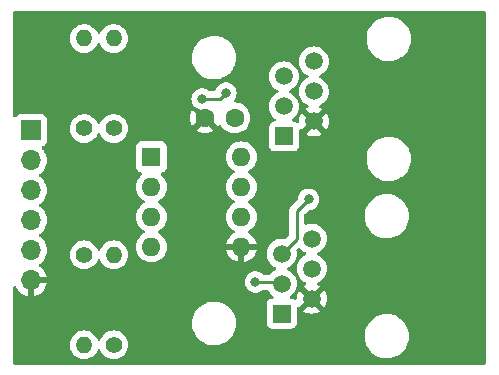
<source format=gbr>
%TF.GenerationSoftware,KiCad,Pcbnew,7.0.7*%
%TF.CreationDate,2024-02-24T14:04:37+01:00*%
%TF.ProjectId,Xnet,586e6574-2e6b-4696-9361-645f70636258,rev?*%
%TF.SameCoordinates,Original*%
%TF.FileFunction,Copper,L1,Top*%
%TF.FilePolarity,Positive*%
%FSLAX46Y46*%
G04 Gerber Fmt 4.6, Leading zero omitted, Abs format (unit mm)*
G04 Created by KiCad (PCBNEW 7.0.7) date 2024-02-24 14:04:37*
%MOMM*%
%LPD*%
G01*
G04 APERTURE LIST*
%TA.AperFunction,ComponentPad*%
%ADD10C,1.600000*%
%TD*%
%TA.AperFunction,ComponentPad*%
%ADD11C,1.400000*%
%TD*%
%TA.AperFunction,ComponentPad*%
%ADD12O,1.400000X1.400000*%
%TD*%
%TA.AperFunction,ComponentPad*%
%ADD13R,1.700000X1.700000*%
%TD*%
%TA.AperFunction,ComponentPad*%
%ADD14O,1.700000X1.700000*%
%TD*%
%TA.AperFunction,ComponentPad*%
%ADD15R,1.520000X1.520000*%
%TD*%
%TA.AperFunction,ComponentPad*%
%ADD16C,1.520000*%
%TD*%
%TA.AperFunction,ComponentPad*%
%ADD17R,1.600000X1.600000*%
%TD*%
%TA.AperFunction,ComponentPad*%
%ADD18O,1.600000X1.600000*%
%TD*%
%TA.AperFunction,ViaPad*%
%ADD19C,0.800000*%
%TD*%
%TA.AperFunction,Conductor*%
%ADD20C,0.250000*%
%TD*%
G04 APERTURE END LIST*
D10*
%TO.P,C401,1*%
%TO.N,+5V*%
X138750000Y-95600000D03*
%TO.P,C401,2*%
%TO.N,GND*%
X136250000Y-95600000D03*
%TD*%
D11*
%TO.P,R401,1*%
%TO.N,Tx*%
X128500000Y-96500000D03*
D12*
%TO.P,R401,2*%
%TO.N,+5V*%
X128500000Y-88880000D03*
%TD*%
D13*
%TO.P,J403,1,Pin_1*%
%TO.N,+5V*%
X121500000Y-96650000D03*
D14*
%TO.P,J403,2,Pin_2*%
%TO.N,+12V*%
X121500000Y-99190000D03*
%TO.P,J403,3,Pin_3*%
%TO.N,dir*%
X121500000Y-101730000D03*
%TO.P,J403,4,Pin_4*%
%TO.N,Tx*%
X121500000Y-104270000D03*
%TO.P,J403,5,Pin_5*%
%TO.N,Rx*%
X121500000Y-106810000D03*
%TO.P,J403,6,Pin_6*%
%TO.N,GND*%
X121500000Y-109350000D03*
%TD*%
D15*
%TO.P,J402,1*%
%TO.N,unconnected-(J402-Pad1)*%
X142730000Y-112170000D03*
D16*
%TO.P,J402,2*%
%TO.N,GND*%
X145270000Y-110900000D03*
%TO.P,J402,3*%
%TO.N,/Xnet/B*%
X142730000Y-109630000D03*
%TO.P,J402,4*%
%TO.N,/Xnet/A*%
X145270000Y-108360000D03*
%TO.P,J402,5*%
%TO.N,+12V*%
X142730000Y-107090000D03*
%TO.P,J402,6*%
%TO.N,unconnected-(J402-Pad6)*%
X145270000Y-105820000D03*
%TD*%
D11*
%TO.P,R402,1*%
%TO.N,dir*%
X126000000Y-96500000D03*
D12*
%TO.P,R402,2*%
%TO.N,+5V*%
X126000000Y-88880000D03*
%TD*%
D11*
%TO.P,R403,1*%
%TO.N,Rx*%
X126000000Y-107190000D03*
D12*
%TO.P,R403,2*%
%TO.N,+5V*%
X126000000Y-114810000D03*
%TD*%
D15*
%TO.P,J401,1*%
%TO.N,unconnected-(J401-Pad1)*%
X142910000Y-97170000D03*
D16*
%TO.P,J401,2*%
%TO.N,GND*%
X145450000Y-95900000D03*
%TO.P,J401,3*%
%TO.N,/Xnet/B*%
X142910000Y-94630000D03*
%TO.P,J401,4*%
%TO.N,/Xnet/A*%
X145450000Y-93360000D03*
%TO.P,J401,5*%
%TO.N,+12V*%
X142910000Y-92090000D03*
%TO.P,J401,6*%
%TO.N,unconnected-(J401-Pad6)*%
X145450000Y-90820000D03*
%TD*%
D11*
%TO.P,R404,1*%
%TO.N,/Xnet/A*%
X128500000Y-114810000D03*
D12*
%TO.P,R404,2*%
%TO.N,/Xnet/B*%
X128500000Y-107190000D03*
%TD*%
D17*
%TO.P,U401,1,RO*%
%TO.N,Rx*%
X131700000Y-98900000D03*
D18*
%TO.P,U401,2,~{RE}*%
%TO.N,dir*%
X131700000Y-101440000D03*
%TO.P,U401,3,DE*%
X131700000Y-103980000D03*
%TO.P,U401,4,DI*%
%TO.N,Tx*%
X131700000Y-106520000D03*
%TO.P,U401,5,GND*%
%TO.N,GND*%
X139320000Y-106520000D03*
%TO.P,U401,6,A*%
%TO.N,/Xnet/A*%
X139320000Y-103980000D03*
%TO.P,U401,7,B*%
%TO.N,/Xnet/B*%
X139320000Y-101440000D03*
%TO.P,U401,8,VCC*%
%TO.N,+5V*%
X139320000Y-98900000D03*
%TD*%
D19*
%TO.N,/Xnet/B*%
X140500000Y-109500000D03*
%TO.N,+12V*%
X136000000Y-94000000D03*
X138000000Y-93500000D03*
X145000000Y-102500000D03*
%TD*%
D20*
%TO.N,/Xnet/B*%
X142600000Y-109500000D02*
X142730000Y-109630000D01*
X140500000Y-109500000D02*
X142600000Y-109500000D01*
%TO.N,+12V*%
X143995000Y-103505000D02*
X145000000Y-102500000D01*
X136000000Y-94000000D02*
X137500000Y-94000000D01*
X143995000Y-105825000D02*
X143995000Y-103505000D01*
X137500000Y-94000000D02*
X138000000Y-93500000D01*
X142730000Y-107090000D02*
X143995000Y-105825000D01*
%TD*%
%TA.AperFunction,Conductor*%
%TO.N,GND*%
G36*
X144232079Y-106587989D02*
G01*
X144288915Y-106630536D01*
X144291228Y-106633730D01*
X144294561Y-106638490D01*
X144451510Y-106795439D01*
X144451513Y-106795441D01*
X144451518Y-106795445D01*
X144472305Y-106810000D01*
X144633327Y-106922749D01*
X144715355Y-106960999D01*
X144747105Y-106975805D01*
X144800390Y-107022723D01*
X144819851Y-107091000D01*
X144799309Y-107158960D01*
X144747106Y-107204194D01*
X144633329Y-107257249D01*
X144451513Y-107384558D01*
X144451507Y-107384563D01*
X144294563Y-107541507D01*
X144294558Y-107541513D01*
X144167251Y-107723327D01*
X144073448Y-107924487D01*
X144073446Y-107924492D01*
X144016000Y-108138882D01*
X143996655Y-108360000D01*
X144016000Y-108581117D01*
X144073446Y-108795507D01*
X144073448Y-108795512D01*
X144167250Y-108996671D01*
X144167251Y-108996673D01*
X144294554Y-109178481D01*
X144294558Y-109178486D01*
X144294561Y-109178490D01*
X144451510Y-109335439D01*
X144451514Y-109335442D01*
X144451518Y-109335445D01*
X144555252Y-109408080D01*
X144633327Y-109462749D01*
X144747696Y-109516080D01*
X144800981Y-109562997D01*
X144820442Y-109631274D01*
X144799900Y-109699234D01*
X144747697Y-109744469D01*
X144633579Y-109797683D01*
X144633579Y-109797684D01*
X144570829Y-109841620D01*
X145103234Y-110374025D01*
X145137260Y-110436337D01*
X145132195Y-110507152D01*
X145089648Y-110563988D01*
X145074109Y-110573934D01*
X145033372Y-110595979D01*
X144947479Y-110689284D01*
X144947476Y-110689288D01*
X144946123Y-110692374D01*
X144943150Y-110695910D01*
X144941769Y-110698025D01*
X144941513Y-110697857D01*
X144900441Y-110746721D01*
X144832628Y-110767743D01*
X144764214Y-110748765D01*
X144741641Y-110730852D01*
X144211619Y-110200829D01*
X144167685Y-110263577D01*
X144073919Y-110464659D01*
X144073917Y-110464664D01*
X144016493Y-110678973D01*
X143997156Y-110900004D01*
X143997156Y-110902741D01*
X143996815Y-110903902D01*
X143996677Y-110905480D01*
X143996359Y-110905452D01*
X143977154Y-110970862D01*
X143923498Y-111017355D01*
X143853224Y-111027459D01*
X143795647Y-111003609D01*
X143736207Y-110959112D01*
X143736202Y-110959110D01*
X143599204Y-110908011D01*
X143599196Y-110908009D01*
X143538649Y-110901500D01*
X143538638Y-110901500D01*
X143525292Y-110901500D01*
X143457171Y-110881498D01*
X143410678Y-110827842D01*
X143400574Y-110757568D01*
X143430068Y-110692988D01*
X143453022Y-110672287D01*
X143548481Y-110605445D01*
X143548490Y-110605439D01*
X143705439Y-110448490D01*
X143832749Y-110266673D01*
X143926553Y-110065510D01*
X143984000Y-109851114D01*
X144003345Y-109630000D01*
X143984000Y-109408886D01*
X143926553Y-109194490D01*
X143832749Y-108993328D01*
X143705439Y-108811510D01*
X143548490Y-108654561D01*
X143548486Y-108654558D01*
X143548481Y-108654554D01*
X143366673Y-108527251D01*
X143366671Y-108527250D01*
X143252894Y-108474195D01*
X143199609Y-108427278D01*
X143180148Y-108359000D01*
X143200690Y-108291041D01*
X143252894Y-108245805D01*
X143264084Y-108240587D01*
X143366673Y-108192749D01*
X143548490Y-108065439D01*
X143705439Y-107908490D01*
X143832749Y-107726673D01*
X143926553Y-107525510D01*
X143984000Y-107311114D01*
X144003345Y-107090000D01*
X143984000Y-106868886D01*
X143973879Y-106831114D01*
X143975569Y-106760141D01*
X144006489Y-106709413D01*
X144098954Y-106616948D01*
X144161264Y-106582924D01*
X144232079Y-106587989D01*
G37*
%TD.AperFunction*%
%TA.AperFunction,Conductor*%
G36*
X159931621Y-86530502D02*
G01*
X159978114Y-86584158D01*
X159989500Y-86636500D01*
X159989500Y-116363500D01*
X159969498Y-116431621D01*
X159915842Y-116478114D01*
X159863500Y-116489500D01*
X120136500Y-116489500D01*
X120068379Y-116469498D01*
X120021886Y-116415842D01*
X120010500Y-116363500D01*
X120010500Y-114810000D01*
X124786884Y-114810000D01*
X124805314Y-115020655D01*
X124834643Y-115130113D01*
X124860043Y-115224908D01*
X124860045Y-115224912D01*
X124949412Y-115416561D01*
X125070692Y-115589767D01*
X125070696Y-115589772D01*
X125070699Y-115589776D01*
X125220224Y-115739301D01*
X125220228Y-115739304D01*
X125220232Y-115739307D01*
X125393438Y-115860587D01*
X125393441Y-115860588D01*
X125393442Y-115860589D01*
X125585090Y-115949956D01*
X125789345Y-116004686D01*
X126000000Y-116023116D01*
X126210655Y-116004686D01*
X126414910Y-115949956D01*
X126606558Y-115860589D01*
X126641057Y-115836433D01*
X126779767Y-115739307D01*
X126779776Y-115739301D01*
X126929301Y-115589776D01*
X127050589Y-115416558D01*
X127135805Y-115233810D01*
X127182722Y-115180526D01*
X127250999Y-115161065D01*
X127318959Y-115181607D01*
X127364195Y-115233811D01*
X127449412Y-115416561D01*
X127570692Y-115589767D01*
X127570696Y-115589772D01*
X127570699Y-115589776D01*
X127720224Y-115739301D01*
X127720228Y-115739304D01*
X127720232Y-115739307D01*
X127893438Y-115860587D01*
X127893441Y-115860588D01*
X127893442Y-115860589D01*
X128085090Y-115949956D01*
X128289345Y-116004686D01*
X128500000Y-116023116D01*
X128710655Y-116004686D01*
X128914910Y-115949956D01*
X129106558Y-115860589D01*
X129141057Y-115836433D01*
X129279767Y-115739307D01*
X129279776Y-115739301D01*
X129429301Y-115589776D01*
X129550589Y-115416558D01*
X129639956Y-115224910D01*
X129694686Y-115020655D01*
X129713116Y-114810000D01*
X129694686Y-114599345D01*
X129639956Y-114395090D01*
X129550589Y-114203442D01*
X129550588Y-114203441D01*
X129550587Y-114203438D01*
X129429307Y-114030232D01*
X129429304Y-114030228D01*
X129429301Y-114030224D01*
X129279776Y-113880699D01*
X129279772Y-113880696D01*
X129279767Y-113880692D01*
X129106561Y-113759412D01*
X128914912Y-113670045D01*
X128914908Y-113670043D01*
X128820112Y-113644643D01*
X128710655Y-113615314D01*
X128500000Y-113596884D01*
X128289345Y-113615314D01*
X128234615Y-113629978D01*
X128085091Y-113670043D01*
X128085087Y-113670045D01*
X127893438Y-113759412D01*
X127720232Y-113880692D01*
X127720221Y-113880701D01*
X127570701Y-114030221D01*
X127570692Y-114030232D01*
X127449412Y-114203438D01*
X127364195Y-114386188D01*
X127317278Y-114439473D01*
X127249000Y-114458934D01*
X127181040Y-114438392D01*
X127135805Y-114386188D01*
X127050587Y-114203438D01*
X126929307Y-114030232D01*
X126929304Y-114030228D01*
X126929301Y-114030224D01*
X126779776Y-113880699D01*
X126779772Y-113880696D01*
X126779767Y-113880692D01*
X126606561Y-113759412D01*
X126414912Y-113670045D01*
X126414908Y-113670043D01*
X126320112Y-113644643D01*
X126210655Y-113615314D01*
X126000000Y-113596884D01*
X125789345Y-113615314D01*
X125734615Y-113629978D01*
X125585091Y-113670043D01*
X125585087Y-113670045D01*
X125393438Y-113759412D01*
X125220232Y-113880692D01*
X125220221Y-113880701D01*
X125070701Y-114030221D01*
X125070692Y-114030232D01*
X124949412Y-114203438D01*
X124860045Y-114395087D01*
X124860043Y-114395091D01*
X124819978Y-114544615D01*
X124805314Y-114599345D01*
X124786884Y-114810000D01*
X120010500Y-114810000D01*
X120010500Y-113067765D01*
X135145788Y-113067765D01*
X135175412Y-113337014D01*
X135243928Y-113599090D01*
X135349869Y-113848389D01*
X135369588Y-113880699D01*
X135490982Y-114079610D01*
X135664255Y-114287820D01*
X135664257Y-114287822D01*
X135664259Y-114287824D01*
X135783972Y-114395087D01*
X135865998Y-114468582D01*
X136091910Y-114618044D01*
X136337176Y-114733020D01*
X136596569Y-114811060D01*
X136596572Y-114811060D01*
X136596574Y-114811061D01*
X136864557Y-114850500D01*
X136864561Y-114850500D01*
X137067633Y-114850500D01*
X137102363Y-114847957D01*
X137270156Y-114835677D01*
X137270160Y-114835676D01*
X137270161Y-114835676D01*
X137385428Y-114809999D01*
X137534553Y-114776780D01*
X137787558Y-114680014D01*
X138023777Y-114547441D01*
X138238177Y-114381888D01*
X138426186Y-114186881D01*
X138453517Y-114148680D01*
X149740738Y-114148680D01*
X149770762Y-114421566D01*
X149840204Y-114687184D01*
X149894724Y-114815479D01*
X149947577Y-114939852D01*
X150090595Y-115174196D01*
X150266209Y-115385218D01*
X150266211Y-115385220D01*
X150266213Y-115385222D01*
X150470666Y-115568414D01*
X150470672Y-115568419D01*
X150470677Y-115568423D01*
X150699641Y-115719904D01*
X150948221Y-115836433D01*
X151211119Y-115915527D01*
X151211122Y-115915527D01*
X151211124Y-115915528D01*
X151482727Y-115955500D01*
X151482731Y-115955500D01*
X151688549Y-115955500D01*
X151720967Y-115953127D01*
X151893805Y-115940477D01*
X152161775Y-115880784D01*
X152418198Y-115782711D01*
X152657609Y-115648347D01*
X152874904Y-115480557D01*
X153065454Y-115282916D01*
X153225196Y-115059637D01*
X153350727Y-114815479D01*
X153350727Y-114815478D01*
X153350729Y-114815475D01*
X153418083Y-114618043D01*
X153439370Y-114555646D01*
X153471465Y-114381888D01*
X153489235Y-114285682D01*
X153489236Y-114285671D01*
X153496766Y-114079610D01*
X153499262Y-114011320D01*
X153471545Y-113759411D01*
X153469237Y-113738433D01*
X153451358Y-113670044D01*
X153399796Y-113472818D01*
X153398305Y-113469310D01*
X153360730Y-113380889D01*
X153292423Y-113220148D01*
X153149405Y-112985804D01*
X152973791Y-112774782D01*
X152973787Y-112774779D01*
X152973786Y-112774777D01*
X152769333Y-112591585D01*
X152769320Y-112591575D01*
X152540359Y-112440096D01*
X152540359Y-112440095D01*
X152291779Y-112323567D01*
X152128102Y-112274324D01*
X152028875Y-112244471D01*
X151757272Y-112204500D01*
X151757269Y-112204500D01*
X151551453Y-112204500D01*
X151551451Y-112204500D01*
X151346191Y-112219523D01*
X151078231Y-112279214D01*
X151078219Y-112279218D01*
X150821801Y-112377289D01*
X150582397Y-112511649D01*
X150582393Y-112511651D01*
X150365094Y-112679444D01*
X150365093Y-112679445D01*
X150174548Y-112877081D01*
X150014807Y-113100358D01*
X150014803Y-113100364D01*
X149889270Y-113344524D01*
X149800631Y-113604348D01*
X149800628Y-113604361D01*
X149750764Y-113874317D01*
X149750763Y-113874328D01*
X149740738Y-114148680D01*
X138453517Y-114148680D01*
X138583799Y-113966579D01*
X138627957Y-113880692D01*
X138707656Y-113725675D01*
X138707657Y-113725672D01*
X138751594Y-113596884D01*
X138795118Y-113469305D01*
X138827635Y-113293261D01*
X138844318Y-113202941D01*
X138844319Y-113202930D01*
X138845296Y-113176202D01*
X138854212Y-112932235D01*
X138839338Y-112797058D01*
X138824587Y-112662985D01*
X138756071Y-112400909D01*
X138650130Y-112151610D01*
X138650130Y-112151609D01*
X138509018Y-111920390D01*
X138335745Y-111712180D01*
X138335741Y-111712177D01*
X138335740Y-111712175D01*
X138134012Y-111531427D01*
X138134002Y-111531418D01*
X137908090Y-111381956D01*
X137662824Y-111266980D01*
X137453555Y-111204020D01*
X137403425Y-111188938D01*
X137135442Y-111149500D01*
X137135439Y-111149500D01*
X136932369Y-111149500D01*
X136932367Y-111149500D01*
X136729839Y-111164323D01*
X136729838Y-111164323D01*
X136465456Y-111223217D01*
X136465441Y-111223222D01*
X136212441Y-111319986D01*
X135976229Y-111452555D01*
X135976225Y-111452557D01*
X135867616Y-111536422D01*
X135786357Y-111599168D01*
X135761818Y-111618116D01*
X135573815Y-111813117D01*
X135573810Y-111813123D01*
X135416203Y-112033417D01*
X135416196Y-112033427D01*
X135292343Y-112274324D01*
X135292342Y-112274327D01*
X135204883Y-112530689D01*
X135204880Y-112530702D01*
X135155681Y-112797058D01*
X135155680Y-112797069D01*
X135145788Y-113067765D01*
X120010500Y-113067765D01*
X120010500Y-109935874D01*
X120030502Y-109867753D01*
X120084158Y-109821260D01*
X120154432Y-109811156D01*
X120219012Y-109840650D01*
X120251887Y-109885260D01*
X120301580Y-109998548D01*
X120424674Y-110186958D01*
X120577097Y-110352534D01*
X120754698Y-110490767D01*
X120754699Y-110490768D01*
X120952628Y-110597882D01*
X120952630Y-110597883D01*
X121165483Y-110670955D01*
X121165492Y-110670957D01*
X121246000Y-110684391D01*
X121246000Y-109964033D01*
X121266002Y-109895912D01*
X121319658Y-109849419D01*
X121389926Y-109839315D01*
X121464237Y-109850000D01*
X121535763Y-109850000D01*
X121610069Y-109839316D01*
X121680341Y-109849419D01*
X121733997Y-109895911D01*
X121754000Y-109964031D01*
X121754000Y-110684390D01*
X121834507Y-110670957D01*
X121834516Y-110670955D01*
X122047369Y-110597883D01*
X122047371Y-110597882D01*
X122245300Y-110490768D01*
X122245301Y-110490767D01*
X122422902Y-110352534D01*
X122575325Y-110186958D01*
X122698419Y-109998548D01*
X122788820Y-109792456D01*
X122788823Y-109792449D01*
X122836544Y-109604000D01*
X122114844Y-109604000D01*
X122046723Y-109583998D01*
X122000230Y-109530342D01*
X121995867Y-109499999D01*
X139586496Y-109499999D01*
X139606457Y-109689927D01*
X139634084Y-109774952D01*
X139665473Y-109871556D01*
X139665476Y-109871561D01*
X139760958Y-110036941D01*
X139760965Y-110036951D01*
X139888744Y-110178864D01*
X139918976Y-110200829D01*
X140043248Y-110291118D01*
X140217712Y-110368794D01*
X140404513Y-110408500D01*
X140595487Y-110408500D01*
X140782288Y-110368794D01*
X140956752Y-110291118D01*
X141111253Y-110178866D01*
X141114562Y-110175190D01*
X141175009Y-110137950D01*
X141208200Y-110133500D01*
X141484880Y-110133500D01*
X141553001Y-110153502D01*
X141599075Y-110206250D01*
X141625807Y-110263577D01*
X141627250Y-110266670D01*
X141627251Y-110266673D01*
X141754554Y-110448481D01*
X141754558Y-110448486D01*
X141754561Y-110448490D01*
X141911510Y-110605439D01*
X141911514Y-110605442D01*
X141911518Y-110605445D01*
X142006978Y-110672287D01*
X142051307Y-110727744D01*
X142058616Y-110798363D01*
X142026586Y-110861724D01*
X141965384Y-110897709D01*
X141934708Y-110901500D01*
X141921350Y-110901500D01*
X141860803Y-110908009D01*
X141860795Y-110908011D01*
X141723797Y-110959110D01*
X141723792Y-110959112D01*
X141606738Y-111046738D01*
X141519112Y-111163792D01*
X141519110Y-111163797D01*
X141468011Y-111300795D01*
X141468009Y-111300803D01*
X141461500Y-111361350D01*
X141461500Y-112978649D01*
X141468009Y-113039196D01*
X141468011Y-113039204D01*
X141519110Y-113176202D01*
X141519112Y-113176207D01*
X141606738Y-113293261D01*
X141723792Y-113380887D01*
X141723794Y-113380888D01*
X141723796Y-113380889D01*
X141782875Y-113402924D01*
X141860795Y-113431988D01*
X141860803Y-113431990D01*
X141921350Y-113438499D01*
X141921355Y-113438499D01*
X141921362Y-113438500D01*
X141921368Y-113438500D01*
X143538632Y-113438500D01*
X143538638Y-113438500D01*
X143538645Y-113438499D01*
X143538649Y-113438499D01*
X143599196Y-113431990D01*
X143599199Y-113431989D01*
X143599201Y-113431989D01*
X143736204Y-113380889D01*
X143853261Y-113293261D01*
X143940889Y-113176204D01*
X143991989Y-113039201D01*
X143997730Y-112985806D01*
X143998499Y-112978649D01*
X143998500Y-112978632D01*
X143998500Y-111694423D01*
X144018502Y-111626302D01*
X144072158Y-111579809D01*
X144142432Y-111569705D01*
X144205839Y-111598663D01*
X144211619Y-111599169D01*
X144743794Y-111066993D01*
X144806107Y-111032968D01*
X144876922Y-111038032D01*
X144933758Y-111080579D01*
X144938373Y-111087172D01*
X144986558Y-111160924D01*
X144986559Y-111160925D01*
X145086639Y-111238821D01*
X145086640Y-111238821D01*
X145088617Y-111240360D01*
X145130088Y-111297986D01*
X145133821Y-111368884D01*
X145100321Y-111428887D01*
X144570829Y-111958378D01*
X144633577Y-112002314D01*
X144834658Y-112096080D01*
X144834664Y-112096082D01*
X145048973Y-112153506D01*
X145270000Y-112172843D01*
X145491026Y-112153506D01*
X145705335Y-112096082D01*
X145705341Y-112096080D01*
X145906422Y-112002314D01*
X145969168Y-111958379D01*
X145969168Y-111958377D01*
X145436765Y-111425974D01*
X145402739Y-111363662D01*
X145407804Y-111292847D01*
X145450351Y-111236011D01*
X145465887Y-111226067D01*
X145506628Y-111204020D01*
X145592522Y-111110714D01*
X145593873Y-111107633D01*
X145596842Y-111104099D01*
X145598231Y-111101975D01*
X145598487Y-111102142D01*
X145639548Y-111053285D01*
X145707359Y-111032256D01*
X145775774Y-111051227D01*
X145798358Y-111069147D01*
X146328378Y-111599168D01*
X146328379Y-111599168D01*
X146372314Y-111536422D01*
X146466080Y-111335341D01*
X146466082Y-111335335D01*
X146523506Y-111121026D01*
X146542843Y-110900000D01*
X146523506Y-110678973D01*
X146466082Y-110464664D01*
X146466080Y-110464658D01*
X146372314Y-110263577D01*
X146328378Y-110200829D01*
X145796203Y-110733005D01*
X145733891Y-110767031D01*
X145663076Y-110761966D01*
X145606240Y-110719419D01*
X145601625Y-110712825D01*
X145553443Y-110639077D01*
X145553439Y-110639072D01*
X145451382Y-110559638D01*
X145409911Y-110502013D01*
X145406178Y-110431115D01*
X145439678Y-110371112D01*
X145969169Y-109841620D01*
X145906422Y-109797685D01*
X145906420Y-109797684D01*
X145792302Y-109744469D01*
X145739018Y-109697552D01*
X145719557Y-109629275D01*
X145740099Y-109561315D01*
X145792304Y-109516080D01*
X145906667Y-109462752D01*
X145906668Y-109462751D01*
X145906673Y-109462749D01*
X146088490Y-109335439D01*
X146245439Y-109178490D01*
X146372749Y-108996673D01*
X146466553Y-108795510D01*
X146524000Y-108581114D01*
X146543345Y-108360000D01*
X146524000Y-108138886D01*
X146466553Y-107924490D01*
X146372749Y-107723328D01*
X146245439Y-107541510D01*
X146088490Y-107384561D01*
X146088486Y-107384558D01*
X146088481Y-107384554D01*
X145906673Y-107257251D01*
X145906671Y-107257250D01*
X145792894Y-107204195D01*
X145739609Y-107157278D01*
X145720148Y-107089000D01*
X145740690Y-107021041D01*
X145792894Y-106975805D01*
X145806966Y-106969243D01*
X145906673Y-106922749D01*
X146088490Y-106795439D01*
X146245439Y-106638490D01*
X146372749Y-106456673D01*
X146466553Y-106255510D01*
X146524000Y-106041114D01*
X146543345Y-105820000D01*
X146524000Y-105598886D01*
X146466553Y-105384490D01*
X146372749Y-105183328D01*
X146245439Y-105001510D01*
X146088490Y-104844561D01*
X146088486Y-104844558D01*
X146088481Y-104844554D01*
X145906673Y-104717251D01*
X145906671Y-104717250D01*
X145705512Y-104623448D01*
X145705507Y-104623446D01*
X145491117Y-104566000D01*
X145270000Y-104546655D01*
X145048882Y-104566000D01*
X144834492Y-104623446D01*
X144834486Y-104623448D01*
X144807750Y-104635916D01*
X144737558Y-104646577D01*
X144672745Y-104617597D01*
X144633889Y-104558177D01*
X144628500Y-104521721D01*
X144628500Y-103988680D01*
X149740738Y-103988680D01*
X149770762Y-104261566D01*
X149840204Y-104527184D01*
X149894724Y-104655479D01*
X149947577Y-104779852D01*
X150090595Y-105014196D01*
X150266209Y-105225218D01*
X150266211Y-105225220D01*
X150266213Y-105225222D01*
X150470666Y-105408414D01*
X150470672Y-105408419D01*
X150470677Y-105408423D01*
X150699641Y-105559904D01*
X150948221Y-105676433D01*
X151211119Y-105755527D01*
X151211122Y-105755527D01*
X151211124Y-105755528D01*
X151482727Y-105795500D01*
X151482731Y-105795500D01*
X151688549Y-105795500D01*
X151720967Y-105793127D01*
X151893805Y-105780477D01*
X152161775Y-105720784D01*
X152418198Y-105622711D01*
X152657609Y-105488347D01*
X152874904Y-105320557D01*
X153065454Y-105122916D01*
X153225196Y-104899637D01*
X153350727Y-104655479D01*
X153350727Y-104655478D01*
X153350729Y-104655475D01*
X153439368Y-104395651D01*
X153439370Y-104395646D01*
X153489236Y-104125674D01*
X153499262Y-103851320D01*
X153473943Y-103621206D01*
X153469237Y-103578433D01*
X153437004Y-103455142D01*
X153399796Y-103312818D01*
X153292423Y-103060148D01*
X153149405Y-102825804D01*
X152973791Y-102614782D01*
X152973787Y-102614779D01*
X152973786Y-102614777D01*
X152769333Y-102431585D01*
X152769320Y-102431575D01*
X152540359Y-102280096D01*
X152511369Y-102266506D01*
X152291779Y-102163567D01*
X152069685Y-102096749D01*
X152028875Y-102084471D01*
X151757272Y-102044500D01*
X151757269Y-102044500D01*
X151551453Y-102044500D01*
X151551451Y-102044500D01*
X151346191Y-102059523D01*
X151078231Y-102119214D01*
X151078219Y-102119218D01*
X150821801Y-102217289D01*
X150582397Y-102351649D01*
X150582393Y-102351651D01*
X150365094Y-102519444D01*
X150365093Y-102519445D01*
X150174548Y-102717081D01*
X150014807Y-102940358D01*
X150014803Y-102940364D01*
X149889270Y-103184524D01*
X149800631Y-103444348D01*
X149800628Y-103444361D01*
X149750764Y-103714317D01*
X149750763Y-103714328D01*
X149740738Y-103988680D01*
X144628500Y-103988680D01*
X144628500Y-103819594D01*
X144648502Y-103751473D01*
X144665405Y-103730498D01*
X144950500Y-103445404D01*
X145012812Y-103411379D01*
X145039595Y-103408500D01*
X145095487Y-103408500D01*
X145282288Y-103368794D01*
X145456752Y-103291118D01*
X145611253Y-103178866D01*
X145611255Y-103178864D01*
X145739034Y-103036951D01*
X145739035Y-103036949D01*
X145739040Y-103036944D01*
X145834527Y-102871556D01*
X145893542Y-102689928D01*
X145913504Y-102500000D01*
X145893542Y-102310072D01*
X145834527Y-102128444D01*
X145739040Y-101963056D01*
X145739038Y-101963054D01*
X145739034Y-101963048D01*
X145611255Y-101821135D01*
X145456752Y-101708882D01*
X145282288Y-101631206D01*
X145095487Y-101591500D01*
X144904513Y-101591500D01*
X144717711Y-101631206D01*
X144543247Y-101708882D01*
X144388744Y-101821135D01*
X144260965Y-101963048D01*
X144260958Y-101963058D01*
X144165476Y-102128438D01*
X144165473Y-102128445D01*
X144106457Y-102310072D01*
X144089093Y-102475290D01*
X144062080Y-102540947D01*
X144052878Y-102551215D01*
X143606337Y-102997756D01*
X143593903Y-103007719D01*
X143594091Y-103007946D01*
X143587982Y-103012999D01*
X143540015Y-103064079D01*
X143518866Y-103085227D01*
X143514560Y-103090777D01*
X143510714Y-103095279D01*
X143478417Y-103129674D01*
X143478411Y-103129683D01*
X143468651Y-103147435D01*
X143457803Y-103163950D01*
X143445386Y-103179958D01*
X143426645Y-103223264D01*
X143424034Y-103228594D01*
X143401305Y-103269939D01*
X143401303Y-103269944D01*
X143396267Y-103289559D01*
X143389864Y-103308262D01*
X143381819Y-103326852D01*
X143374437Y-103373456D01*
X143373233Y-103379268D01*
X143361500Y-103424968D01*
X143361500Y-103445223D01*
X143359949Y-103464933D01*
X143356780Y-103484942D01*
X143356780Y-103484943D01*
X143361220Y-103531917D01*
X143361500Y-103537850D01*
X143361500Y-105510404D01*
X143341498Y-105578525D01*
X143324599Y-105599494D01*
X143203313Y-105720781D01*
X143110586Y-105813508D01*
X143048274Y-105847533D01*
X142988880Y-105846119D01*
X142951117Y-105836000D01*
X142768233Y-105820000D01*
X142730000Y-105816655D01*
X142729999Y-105816655D01*
X142508882Y-105836000D01*
X142294492Y-105893446D01*
X142294487Y-105893448D01*
X142093327Y-105987251D01*
X141911513Y-106114558D01*
X141911507Y-106114563D01*
X141754563Y-106271507D01*
X141754558Y-106271513D01*
X141627251Y-106453327D01*
X141533448Y-106654487D01*
X141533446Y-106654492D01*
X141476000Y-106868882D01*
X141456655Y-107090000D01*
X141476000Y-107311117D01*
X141515570Y-107458793D01*
X141533447Y-107525510D01*
X141580349Y-107626091D01*
X141627250Y-107726671D01*
X141627251Y-107726673D01*
X141754554Y-107908481D01*
X141754558Y-107908486D01*
X141754561Y-107908490D01*
X141911510Y-108065439D01*
X141911514Y-108065442D01*
X141911518Y-108065445D01*
X141944871Y-108088799D01*
X142093327Y-108192749D01*
X142175355Y-108230999D01*
X142207105Y-108245805D01*
X142260390Y-108292723D01*
X142279851Y-108361000D01*
X142259309Y-108428960D01*
X142207106Y-108474194D01*
X142093329Y-108527249D01*
X141911513Y-108654558D01*
X141754559Y-108811511D01*
X141754559Y-108811512D01*
X141753679Y-108812769D01*
X141753148Y-108813192D01*
X141751024Y-108815725D01*
X141750515Y-108815298D01*
X141698222Y-108857099D01*
X141650465Y-108866500D01*
X141208200Y-108866500D01*
X141140079Y-108846498D01*
X141114563Y-108824810D01*
X141111252Y-108821133D01*
X140956752Y-108708882D01*
X140782288Y-108631206D01*
X140595487Y-108591500D01*
X140404513Y-108591500D01*
X140217711Y-108631206D01*
X140043247Y-108708882D01*
X139888744Y-108821135D01*
X139760965Y-108963048D01*
X139760958Y-108963058D01*
X139665476Y-109128438D01*
X139665473Y-109128445D01*
X139606457Y-109310072D01*
X139586496Y-109499999D01*
X121995867Y-109499999D01*
X121990126Y-109460068D01*
X121993947Y-109442504D01*
X122000000Y-109421888D01*
X122000000Y-109278111D01*
X121993947Y-109257496D01*
X121993948Y-109186500D01*
X122032333Y-109126774D01*
X122096914Y-109097282D01*
X122114844Y-109096000D01*
X122836544Y-109096000D01*
X122836544Y-109095999D01*
X122788823Y-108907550D01*
X122788820Y-108907543D01*
X122698419Y-108701451D01*
X122575325Y-108513041D01*
X122422902Y-108347465D01*
X122245301Y-108209232D01*
X122245300Y-108209231D01*
X122211791Y-108191097D01*
X122161401Y-108141083D01*
X122146050Y-108071766D01*
X122170612Y-108005153D01*
X122211790Y-107969472D01*
X122245576Y-107951189D01*
X122423240Y-107812906D01*
X122575722Y-107647268D01*
X122698860Y-107458791D01*
X122789296Y-107252616D01*
X122805153Y-107190000D01*
X124786884Y-107190000D01*
X124805314Y-107400655D01*
X124820892Y-107458791D01*
X124860043Y-107604908D01*
X124860045Y-107604912D01*
X124949412Y-107796561D01*
X125070692Y-107969767D01*
X125070696Y-107969772D01*
X125070699Y-107969776D01*
X125220224Y-108119301D01*
X125220228Y-108119304D01*
X125220232Y-108119307D01*
X125393438Y-108240587D01*
X125393441Y-108240588D01*
X125393442Y-108240589D01*
X125585090Y-108329956D01*
X125789345Y-108384686D01*
X126000000Y-108403116D01*
X126210655Y-108384686D01*
X126414910Y-108329956D01*
X126606558Y-108240589D01*
X126779776Y-108119301D01*
X126929301Y-107969776D01*
X127050589Y-107796558D01*
X127135805Y-107613810D01*
X127182722Y-107560526D01*
X127250999Y-107541065D01*
X127318959Y-107561607D01*
X127364194Y-107613810D01*
X127384578Y-107657523D01*
X127449412Y-107796561D01*
X127570692Y-107969767D01*
X127570696Y-107969772D01*
X127570699Y-107969776D01*
X127720224Y-108119301D01*
X127720228Y-108119304D01*
X127720232Y-108119307D01*
X127893438Y-108240587D01*
X127893441Y-108240588D01*
X127893442Y-108240589D01*
X128085090Y-108329956D01*
X128289345Y-108384686D01*
X128500000Y-108403116D01*
X128710655Y-108384686D01*
X128914910Y-108329956D01*
X129106558Y-108240589D01*
X129279776Y-108119301D01*
X129429301Y-107969776D01*
X129550589Y-107796558D01*
X129639956Y-107604910D01*
X129694686Y-107400655D01*
X129713116Y-107190000D01*
X129694686Y-106979345D01*
X129639956Y-106775090D01*
X129550589Y-106583442D01*
X129550588Y-106583441D01*
X129550587Y-106583438D01*
X129506167Y-106520000D01*
X130386502Y-106520000D01*
X130406457Y-106748087D01*
X130440670Y-106875771D01*
X130465715Y-106969240D01*
X130465717Y-106969246D01*
X130562477Y-107176749D01*
X130618844Y-107257250D01*
X130693802Y-107364300D01*
X130855700Y-107526198D01*
X131043251Y-107657523D01*
X131250757Y-107754284D01*
X131471913Y-107813543D01*
X131700000Y-107833498D01*
X131928087Y-107813543D01*
X132149243Y-107754284D01*
X132356749Y-107657523D01*
X132544300Y-107526198D01*
X132706198Y-107364300D01*
X132837523Y-107176749D01*
X132934284Y-106969243D01*
X132993543Y-106748087D01*
X133013498Y-106520000D01*
X132993543Y-106291913D01*
X132934284Y-106070757D01*
X132837523Y-105863251D01*
X132706198Y-105675700D01*
X132544300Y-105513802D01*
X132356749Y-105382477D01*
X132318130Y-105364469D01*
X132317543Y-105364195D01*
X132264258Y-105317279D01*
X132244796Y-105249002D01*
X132265337Y-105181042D01*
X132317543Y-105135805D01*
X132319997Y-105134660D01*
X132356749Y-105117523D01*
X132544300Y-104986198D01*
X132706198Y-104824300D01*
X132837523Y-104636749D01*
X132934284Y-104429243D01*
X132993543Y-104208087D01*
X133013498Y-103980000D01*
X138006502Y-103980000D01*
X138026457Y-104208086D01*
X138085715Y-104429240D01*
X138085717Y-104429246D01*
X138182477Y-104636749D01*
X138238844Y-104717250D01*
X138313802Y-104824300D01*
X138475700Y-104986198D01*
X138663251Y-105117523D01*
X138674821Y-105122918D01*
X138703047Y-105136080D01*
X138756332Y-105182996D01*
X138775794Y-105251273D01*
X138755253Y-105319233D01*
X138703051Y-105364468D01*
X138663504Y-105382910D01*
X138476025Y-105514184D01*
X138476019Y-105514189D01*
X138314189Y-105676019D01*
X138314184Y-105676025D01*
X138182912Y-105863501D01*
X138086188Y-106070926D01*
X138086186Y-106070931D01*
X138033917Y-106266000D01*
X138807716Y-106266000D01*
X138875837Y-106286002D01*
X138922330Y-106339658D01*
X138932434Y-106409932D01*
X138932165Y-106411710D01*
X138915014Y-106520000D01*
X138932165Y-106628290D01*
X138923065Y-106698701D01*
X138877343Y-106753015D01*
X138809515Y-106773987D01*
X138807716Y-106774000D01*
X138033918Y-106774000D01*
X138086186Y-106969068D01*
X138086188Y-106969073D01*
X138182912Y-107176498D01*
X138314184Y-107363974D01*
X138314189Y-107363980D01*
X138476019Y-107525810D01*
X138476025Y-107525815D01*
X138663501Y-107657087D01*
X138870926Y-107753811D01*
X138870931Y-107753813D01*
X139066000Y-107806081D01*
X139066000Y-107032284D01*
X139086002Y-106964163D01*
X139139658Y-106917670D01*
X139209932Y-106907566D01*
X139211713Y-106907835D01*
X139288519Y-106920000D01*
X139288521Y-106920000D01*
X139351479Y-106920000D01*
X139351481Y-106920000D01*
X139428290Y-106907835D01*
X139498701Y-106916935D01*
X139553015Y-106962657D01*
X139573987Y-107030486D01*
X139574000Y-107032284D01*
X139574000Y-107806081D01*
X139769068Y-107753813D01*
X139769073Y-107753811D01*
X139976498Y-107657087D01*
X140163974Y-107525815D01*
X140163980Y-107525810D01*
X140325810Y-107363980D01*
X140325815Y-107363974D01*
X140457087Y-107176498D01*
X140553811Y-106969073D01*
X140553813Y-106969068D01*
X140606082Y-106774000D01*
X139832284Y-106774000D01*
X139764163Y-106753998D01*
X139717670Y-106700342D01*
X139707566Y-106630068D01*
X139707835Y-106628290D01*
X139714938Y-106583442D01*
X139724986Y-106520000D01*
X139707834Y-106411710D01*
X139716935Y-106341299D01*
X139762657Y-106286985D01*
X139830485Y-106266013D01*
X139832284Y-106266000D01*
X140606082Y-106266000D01*
X140553813Y-106070931D01*
X140553811Y-106070926D01*
X140457087Y-105863501D01*
X140325815Y-105676025D01*
X140325810Y-105676019D01*
X140163980Y-105514189D01*
X140163974Y-105514184D01*
X139976497Y-105382911D01*
X139936949Y-105364469D01*
X139883665Y-105317551D01*
X139864205Y-105249273D01*
X139884748Y-105181314D01*
X139936950Y-105136081D01*
X139976749Y-105117523D01*
X140164300Y-104986198D01*
X140326198Y-104824300D01*
X140457523Y-104636749D01*
X140554284Y-104429243D01*
X140613543Y-104208087D01*
X140633498Y-103980000D01*
X140613543Y-103751913D01*
X140554284Y-103530757D01*
X140457523Y-103323251D01*
X140326198Y-103135700D01*
X140164300Y-102973802D01*
X140116546Y-102940364D01*
X139976747Y-102842475D01*
X139937541Y-102824193D01*
X139884256Y-102777276D01*
X139864796Y-102708998D01*
X139885338Y-102641039D01*
X139937542Y-102595805D01*
X139976749Y-102577523D01*
X140164300Y-102446198D01*
X140326198Y-102284300D01*
X140457523Y-102096749D01*
X140554284Y-101889243D01*
X140613543Y-101668087D01*
X140633498Y-101440000D01*
X140613543Y-101211913D01*
X140554284Y-100990757D01*
X140457523Y-100783251D01*
X140326198Y-100595700D01*
X140164300Y-100433802D01*
X140164291Y-100433796D01*
X140017758Y-100331192D01*
X139976749Y-100302477D01*
X139937543Y-100284195D01*
X139884258Y-100237279D01*
X139864796Y-100169002D01*
X139885337Y-100101042D01*
X139937543Y-100055805D01*
X139939997Y-100054660D01*
X139976749Y-100037523D01*
X140164300Y-99906198D01*
X140326198Y-99744300D01*
X140457523Y-99556749D01*
X140554284Y-99349243D01*
X140608025Y-99148680D01*
X149920738Y-99148680D01*
X149950762Y-99421566D01*
X150020204Y-99687184D01*
X150074724Y-99815479D01*
X150127577Y-99939852D01*
X150270595Y-100174196D01*
X150446209Y-100385218D01*
X150446211Y-100385220D01*
X150446213Y-100385222D01*
X150650666Y-100568414D01*
X150650672Y-100568419D01*
X150650677Y-100568423D01*
X150879641Y-100719904D01*
X151128221Y-100836433D01*
X151391119Y-100915527D01*
X151391122Y-100915527D01*
X151391124Y-100915528D01*
X151662727Y-100955500D01*
X151662731Y-100955500D01*
X151868549Y-100955500D01*
X151900967Y-100953127D01*
X152073805Y-100940477D01*
X152341775Y-100880784D01*
X152598198Y-100782711D01*
X152837609Y-100648347D01*
X153054904Y-100480557D01*
X153245454Y-100282916D01*
X153405196Y-100059637D01*
X153530727Y-99815479D01*
X153530727Y-99815478D01*
X153530729Y-99815475D01*
X153593113Y-99632612D01*
X153619370Y-99555646D01*
X153657494Y-99349246D01*
X153669235Y-99285682D01*
X153669236Y-99285671D01*
X153674242Y-99148680D01*
X153679262Y-99011320D01*
X153650222Y-98747386D01*
X153649237Y-98738433D01*
X153614184Y-98604354D01*
X153579796Y-98472818D01*
X153570419Y-98450753D01*
X153540730Y-98380889D01*
X153472423Y-98220148D01*
X153329405Y-97985804D01*
X153153791Y-97774782D01*
X153153787Y-97774779D01*
X153153786Y-97774777D01*
X152949333Y-97591585D01*
X152949320Y-97591575D01*
X152720359Y-97440096D01*
X152697325Y-97429298D01*
X152471779Y-97323567D01*
X152312223Y-97275564D01*
X152208875Y-97244471D01*
X151937272Y-97204500D01*
X151937269Y-97204500D01*
X151731453Y-97204500D01*
X151731451Y-97204500D01*
X151526191Y-97219523D01*
X151258231Y-97279214D01*
X151258219Y-97279218D01*
X151001801Y-97377289D01*
X150762397Y-97511649D01*
X150762393Y-97511651D01*
X150545094Y-97679444D01*
X150545093Y-97679445D01*
X150354548Y-97877081D01*
X150194807Y-98100358D01*
X150194803Y-98100364D01*
X150069270Y-98344524D01*
X149980631Y-98604348D01*
X149980628Y-98604361D01*
X149930764Y-98874317D01*
X149930763Y-98874328D01*
X149920738Y-99148680D01*
X140608025Y-99148680D01*
X140613543Y-99128087D01*
X140633498Y-98900000D01*
X140613543Y-98671913D01*
X140554284Y-98450757D01*
X140457523Y-98243251D01*
X140326198Y-98055700D01*
X140164300Y-97893802D01*
X140140424Y-97877084D01*
X139976749Y-97762477D01*
X139769246Y-97665717D01*
X139769240Y-97665715D01*
X139673099Y-97639954D01*
X139548087Y-97606457D01*
X139320000Y-97586502D01*
X139091913Y-97606457D01*
X138870759Y-97665715D01*
X138870753Y-97665717D01*
X138663250Y-97762477D01*
X138475703Y-97893799D01*
X138475697Y-97893804D01*
X138313804Y-98055697D01*
X138313799Y-98055703D01*
X138182477Y-98243250D01*
X138085717Y-98450753D01*
X138085715Y-98450759D01*
X138031392Y-98653494D01*
X138026457Y-98671913D01*
X138006502Y-98900000D01*
X138026457Y-99128087D01*
X138043047Y-99190000D01*
X138085715Y-99349240D01*
X138085717Y-99349246D01*
X138119443Y-99421571D01*
X138182477Y-99556749D01*
X138313802Y-99744300D01*
X138475700Y-99906198D01*
X138663251Y-100037523D01*
X138698359Y-100053894D01*
X138702457Y-100055805D01*
X138755742Y-100102722D01*
X138775203Y-100170999D01*
X138754661Y-100238959D01*
X138702457Y-100284195D01*
X138663250Y-100302477D01*
X138475703Y-100433799D01*
X138475697Y-100433804D01*
X138313804Y-100595697D01*
X138313799Y-100595703D01*
X138182477Y-100783250D01*
X138085717Y-100990753D01*
X138085716Y-100990757D01*
X138026457Y-101211913D01*
X138006502Y-101440000D01*
X138026457Y-101668087D01*
X138043047Y-101730000D01*
X138085715Y-101889240D01*
X138085717Y-101889246D01*
X138120135Y-101963056D01*
X138182477Y-102096749D01*
X138313802Y-102284300D01*
X138475700Y-102446198D01*
X138663251Y-102577523D01*
X138698359Y-102593894D01*
X138702457Y-102595805D01*
X138755742Y-102642722D01*
X138775203Y-102710999D01*
X138754661Y-102778959D01*
X138702457Y-102824195D01*
X138663250Y-102842477D01*
X138475703Y-102973799D01*
X138475697Y-102973804D01*
X138313804Y-103135697D01*
X138313799Y-103135703D01*
X138182477Y-103323250D01*
X138085717Y-103530753D01*
X138085715Y-103530759D01*
X138026457Y-103751913D01*
X138006502Y-103980000D01*
X133013498Y-103980000D01*
X132993543Y-103751913D01*
X132934284Y-103530757D01*
X132837523Y-103323251D01*
X132706198Y-103135700D01*
X132544300Y-102973802D01*
X132356749Y-102842477D01*
X132320993Y-102825804D01*
X132317543Y-102824195D01*
X132264258Y-102777279D01*
X132244796Y-102709002D01*
X132265337Y-102641042D01*
X132317543Y-102595805D01*
X132319997Y-102594660D01*
X132356749Y-102577523D01*
X132544300Y-102446198D01*
X132706198Y-102284300D01*
X132837523Y-102096749D01*
X132934284Y-101889243D01*
X132993543Y-101668087D01*
X133013498Y-101440000D01*
X132993543Y-101211913D01*
X132934284Y-100990757D01*
X132837523Y-100783251D01*
X132706198Y-100595700D01*
X132544300Y-100433802D01*
X132544295Y-100433799D01*
X132544292Y-100433796D01*
X132540995Y-100431487D01*
X132496669Y-100376028D01*
X132489363Y-100305409D01*
X132521396Y-100242049D01*
X132582599Y-100206067D01*
X132599801Y-100202999D01*
X132609201Y-100201989D01*
X132746204Y-100150889D01*
X132810548Y-100102722D01*
X132863261Y-100063261D01*
X132950887Y-99946207D01*
X132950887Y-99946206D01*
X132950889Y-99946204D01*
X133001989Y-99809201D01*
X133008500Y-99748638D01*
X133008500Y-98051362D01*
X133007192Y-98039196D01*
X133001990Y-97990803D01*
X133001988Y-97990795D01*
X132965811Y-97893804D01*
X132950889Y-97853796D01*
X132950888Y-97853794D01*
X132950887Y-97853792D01*
X132863261Y-97736738D01*
X132746207Y-97649112D01*
X132746202Y-97649110D01*
X132609204Y-97598011D01*
X132609196Y-97598009D01*
X132548649Y-97591500D01*
X132548638Y-97591500D01*
X130851362Y-97591500D01*
X130851350Y-97591500D01*
X130790803Y-97598009D01*
X130790795Y-97598011D01*
X130653797Y-97649110D01*
X130653792Y-97649112D01*
X130536738Y-97736738D01*
X130449112Y-97853792D01*
X130449110Y-97853797D01*
X130398011Y-97990795D01*
X130398009Y-97990803D01*
X130391500Y-98051350D01*
X130391500Y-99748649D01*
X130398009Y-99809196D01*
X130398011Y-99809204D01*
X130449110Y-99946202D01*
X130449112Y-99946207D01*
X130536738Y-100063261D01*
X130653792Y-100150887D01*
X130653794Y-100150888D01*
X130653796Y-100150889D01*
X130790799Y-100201989D01*
X130800191Y-100202998D01*
X130865784Y-100230163D01*
X130906279Y-100288479D01*
X130908817Y-100359430D01*
X130872593Y-100420490D01*
X130859010Y-100431483D01*
X130855708Y-100433795D01*
X130855697Y-100433804D01*
X130693804Y-100595697D01*
X130693799Y-100595703D01*
X130562477Y-100783250D01*
X130465717Y-100990753D01*
X130465716Y-100990757D01*
X130406457Y-101211913D01*
X130386502Y-101440000D01*
X130406457Y-101668087D01*
X130423047Y-101730000D01*
X130465715Y-101889240D01*
X130465717Y-101889246D01*
X130500135Y-101963056D01*
X130562477Y-102096749D01*
X130693802Y-102284300D01*
X130855700Y-102446198D01*
X131043251Y-102577523D01*
X131078359Y-102593894D01*
X131082457Y-102595805D01*
X131135742Y-102642722D01*
X131155203Y-102710999D01*
X131134661Y-102778959D01*
X131082457Y-102824195D01*
X131043250Y-102842477D01*
X130855703Y-102973799D01*
X130855697Y-102973804D01*
X130693804Y-103135697D01*
X130693799Y-103135703D01*
X130562477Y-103323250D01*
X130465717Y-103530753D01*
X130465715Y-103530759D01*
X130406457Y-103751913D01*
X130386502Y-103980000D01*
X130406457Y-104208086D01*
X130465715Y-104429240D01*
X130465717Y-104429246D01*
X130562477Y-104636749D01*
X130618844Y-104717250D01*
X130693802Y-104824300D01*
X130855700Y-104986198D01*
X131043251Y-105117523D01*
X131054821Y-105122918D01*
X131082457Y-105135805D01*
X131135742Y-105182722D01*
X131155203Y-105250999D01*
X131134661Y-105318959D01*
X131082457Y-105364195D01*
X131043250Y-105382477D01*
X130855703Y-105513799D01*
X130855697Y-105513804D01*
X130693804Y-105675697D01*
X130693799Y-105675703D01*
X130562477Y-105863250D01*
X130465717Y-106070753D01*
X130465715Y-106070759D01*
X130424954Y-106222880D01*
X130406457Y-106291913D01*
X130386502Y-106520000D01*
X129506167Y-106520000D01*
X129429307Y-106410232D01*
X129429304Y-106410228D01*
X129429301Y-106410224D01*
X129279776Y-106260699D01*
X129279772Y-106260696D01*
X129279767Y-106260692D01*
X129106561Y-106139412D01*
X128914912Y-106050045D01*
X128914908Y-106050043D01*
X128820112Y-106024643D01*
X128710655Y-105995314D01*
X128500000Y-105976884D01*
X128289345Y-105995314D01*
X128234615Y-106009978D01*
X128085091Y-106050043D01*
X128085087Y-106050045D01*
X127893438Y-106139412D01*
X127720232Y-106260692D01*
X127720221Y-106260701D01*
X127570701Y-106410221D01*
X127570692Y-106410232D01*
X127449412Y-106583438D01*
X127364195Y-106766188D01*
X127317278Y-106819473D01*
X127249000Y-106838934D01*
X127181040Y-106818392D01*
X127135805Y-106766188D01*
X127050587Y-106583438D01*
X126929307Y-106410232D01*
X126929304Y-106410228D01*
X126929301Y-106410224D01*
X126779776Y-106260699D01*
X126779772Y-106260696D01*
X126779767Y-106260692D01*
X126606561Y-106139412D01*
X126414912Y-106050045D01*
X126414908Y-106050043D01*
X126320113Y-106024643D01*
X126210655Y-105995314D01*
X126000000Y-105976884D01*
X125789345Y-105995314D01*
X125734616Y-106009978D01*
X125585091Y-106050043D01*
X125585087Y-106050045D01*
X125393438Y-106139412D01*
X125220232Y-106260692D01*
X125220221Y-106260701D01*
X125070701Y-106410221D01*
X125070692Y-106410232D01*
X124949412Y-106583438D01*
X124860045Y-106775087D01*
X124860043Y-106775091D01*
X124842937Y-106838934D01*
X124805314Y-106979345D01*
X124786884Y-107190000D01*
X122805153Y-107190000D01*
X122844564Y-107034368D01*
X122863156Y-106810000D01*
X122844564Y-106585632D01*
X122789296Y-106367384D01*
X122698860Y-106161209D01*
X122668385Y-106114563D01*
X122575724Y-105972734D01*
X122575720Y-105972729D01*
X122435121Y-105820000D01*
X122423240Y-105807094D01*
X122423239Y-105807093D01*
X122423237Y-105807091D01*
X122312346Y-105720781D01*
X122245576Y-105668811D01*
X122245569Y-105668807D01*
X122212318Y-105650812D01*
X122161928Y-105600798D01*
X122146576Y-105531481D01*
X122171137Y-105464869D01*
X122212315Y-105429188D01*
X122245576Y-105411189D01*
X122423240Y-105272906D01*
X122575722Y-105107268D01*
X122698860Y-104918791D01*
X122789296Y-104712616D01*
X122844564Y-104494368D01*
X122863156Y-104270000D01*
X122844564Y-104045632D01*
X122827944Y-103980000D01*
X122789297Y-103827387D01*
X122789296Y-103827386D01*
X122789296Y-103827384D01*
X122698860Y-103621209D01*
X122670913Y-103578433D01*
X122575724Y-103432734D01*
X122575720Y-103432729D01*
X122443921Y-103289559D01*
X122423240Y-103267094D01*
X122423239Y-103267093D01*
X122423237Y-103267091D01*
X122280658Y-103156117D01*
X122245576Y-103128811D01*
X122212319Y-103110813D01*
X122161929Y-103060802D01*
X122146576Y-102991485D01*
X122171136Y-102924872D01*
X122212320Y-102889186D01*
X122245576Y-102871189D01*
X122423240Y-102732906D01*
X122575722Y-102567268D01*
X122698860Y-102378791D01*
X122789296Y-102172616D01*
X122844564Y-101954368D01*
X122863156Y-101730000D01*
X122844564Y-101505632D01*
X122789296Y-101287384D01*
X122698860Y-101081209D01*
X122639765Y-100990757D01*
X122575724Y-100892734D01*
X122575720Y-100892729D01*
X122423237Y-100727091D01*
X122322067Y-100648347D01*
X122245576Y-100588811D01*
X122212319Y-100570813D01*
X122161929Y-100520802D01*
X122146576Y-100451485D01*
X122171136Y-100384872D01*
X122212320Y-100349186D01*
X122245576Y-100331189D01*
X122423240Y-100192906D01*
X122575722Y-100027268D01*
X122698860Y-99838791D01*
X122789296Y-99632616D01*
X122844564Y-99414368D01*
X122863156Y-99190000D01*
X122844564Y-98965632D01*
X122789296Y-98747384D01*
X122698860Y-98541209D01*
X122639765Y-98450757D01*
X122575724Y-98352734D01*
X122575719Y-98352729D01*
X122520974Y-98293261D01*
X122432524Y-98197179D01*
X122401103Y-98133514D01*
X122409090Y-98062968D01*
X122453948Y-98007939D01*
X122481183Y-97993789D01*
X122596204Y-97950889D01*
X122672461Y-97893804D01*
X122713261Y-97863261D01*
X122800887Y-97746207D01*
X122800887Y-97746206D01*
X122800889Y-97746204D01*
X122851989Y-97609201D01*
X122853193Y-97598009D01*
X122858499Y-97548649D01*
X122858500Y-97548632D01*
X122858500Y-96500000D01*
X124786884Y-96500000D01*
X124805314Y-96710655D01*
X124834643Y-96820112D01*
X124860043Y-96914908D01*
X124860045Y-96914912D01*
X124949412Y-97106561D01*
X125070692Y-97279767D01*
X125070696Y-97279772D01*
X125070699Y-97279776D01*
X125220224Y-97429301D01*
X125220228Y-97429304D01*
X125220232Y-97429307D01*
X125393438Y-97550587D01*
X125393441Y-97550588D01*
X125393442Y-97550589D01*
X125585090Y-97639956D01*
X125789345Y-97694686D01*
X126000000Y-97713116D01*
X126210655Y-97694686D01*
X126414910Y-97639956D01*
X126606558Y-97550589D01*
X126779776Y-97429301D01*
X126929301Y-97279776D01*
X127050589Y-97106558D01*
X127135805Y-96923810D01*
X127182722Y-96870526D01*
X127250999Y-96851065D01*
X127318959Y-96871607D01*
X127364194Y-96923810D01*
X127380314Y-96958379D01*
X127449412Y-97106561D01*
X127570692Y-97279767D01*
X127570696Y-97279772D01*
X127570699Y-97279776D01*
X127720224Y-97429301D01*
X127720228Y-97429304D01*
X127720232Y-97429307D01*
X127893438Y-97550587D01*
X127893441Y-97550588D01*
X127893442Y-97550589D01*
X128085090Y-97639956D01*
X128289345Y-97694686D01*
X128500000Y-97713116D01*
X128710655Y-97694686D01*
X128914910Y-97639956D01*
X129106558Y-97550589D01*
X129279776Y-97429301D01*
X129429301Y-97279776D01*
X129550589Y-97106558D01*
X129639956Y-96914910D01*
X129694686Y-96710655D01*
X129713116Y-96500000D01*
X129694686Y-96289345D01*
X129639956Y-96085090D01*
X129550589Y-95893442D01*
X129550588Y-95893441D01*
X129550587Y-95893438D01*
X129429307Y-95720232D01*
X129429304Y-95720228D01*
X129429301Y-95720224D01*
X129309077Y-95600000D01*
X134937004Y-95600000D01*
X134956951Y-95828002D01*
X135016186Y-96049068D01*
X135016188Y-96049073D01*
X135112913Y-96256501D01*
X135162899Y-96327888D01*
X135708722Y-95782065D01*
X135771035Y-95748040D01*
X135841850Y-95753104D01*
X135898686Y-95795651D01*
X135910084Y-95813955D01*
X135922359Y-95838045D01*
X135922361Y-95838048D01*
X136011951Y-95927638D01*
X136011953Y-95927639D01*
X136011955Y-95927641D01*
X136036042Y-95939913D01*
X136087656Y-95988661D01*
X136104722Y-96057576D01*
X136081821Y-96124778D01*
X136067933Y-96141275D01*
X135522110Y-96687097D01*
X135522110Y-96687100D01*
X135593498Y-96737086D01*
X135800926Y-96833811D01*
X135800931Y-96833813D01*
X136021999Y-96893048D01*
X136021995Y-96893048D01*
X136249999Y-96912995D01*
X136478002Y-96893048D01*
X136699068Y-96833813D01*
X136699073Y-96833811D01*
X136906497Y-96737088D01*
X136977888Y-96687099D01*
X136977888Y-96687098D01*
X136432065Y-96141276D01*
X136398040Y-96078963D01*
X136403104Y-96008148D01*
X136445651Y-95951312D01*
X136463951Y-95939917D01*
X136488045Y-95927641D01*
X136577641Y-95838045D01*
X136589914Y-95813957D01*
X136638658Y-95762344D01*
X136707573Y-95745275D01*
X136774775Y-95768175D01*
X136791276Y-95782065D01*
X137337098Y-96327888D01*
X137337099Y-96327888D01*
X137387088Y-96256496D01*
X137389841Y-96251730D01*
X137391729Y-96252820D01*
X137432384Y-96206594D01*
X137500651Y-96187094D01*
X137568622Y-96207597D01*
X137607989Y-96252987D01*
X137609726Y-96251985D01*
X137612474Y-96256746D01*
X137743799Y-96444296D01*
X137743802Y-96444300D01*
X137905700Y-96606198D01*
X138093251Y-96737523D01*
X138300757Y-96834284D01*
X138521913Y-96893543D01*
X138750000Y-96913498D01*
X138978087Y-96893543D01*
X139199243Y-96834284D01*
X139406749Y-96737523D01*
X139594300Y-96606198D01*
X139756198Y-96444300D01*
X139887523Y-96256749D01*
X139984284Y-96049243D01*
X140043543Y-95828087D01*
X140063498Y-95600000D01*
X140043543Y-95371913D01*
X139984284Y-95150757D01*
X139887523Y-94943251D01*
X139756198Y-94755700D01*
X139630498Y-94630000D01*
X141636655Y-94630000D01*
X141656000Y-94851117D01*
X141713446Y-95065507D01*
X141713448Y-95065512D01*
X141807250Y-95266671D01*
X141807251Y-95266673D01*
X141934554Y-95448481D01*
X141934558Y-95448486D01*
X141934561Y-95448490D01*
X142091510Y-95605439D01*
X142091514Y-95605442D01*
X142091518Y-95605445D01*
X142186978Y-95672287D01*
X142231307Y-95727744D01*
X142238616Y-95798363D01*
X142206586Y-95861724D01*
X142145384Y-95897709D01*
X142114708Y-95901500D01*
X142101350Y-95901500D01*
X142040803Y-95908009D01*
X142040795Y-95908011D01*
X141903797Y-95959110D01*
X141903792Y-95959112D01*
X141786738Y-96046738D01*
X141699112Y-96163792D01*
X141699110Y-96163797D01*
X141648011Y-96300795D01*
X141648009Y-96300803D01*
X141641500Y-96361350D01*
X141641500Y-97978649D01*
X141648009Y-98039196D01*
X141648011Y-98039204D01*
X141699110Y-98176202D01*
X141699112Y-98176207D01*
X141786738Y-98293261D01*
X141903792Y-98380887D01*
X141903794Y-98380888D01*
X141903796Y-98380889D01*
X141962875Y-98402924D01*
X142040795Y-98431988D01*
X142040803Y-98431990D01*
X142101350Y-98438499D01*
X142101355Y-98438499D01*
X142101362Y-98438500D01*
X142101368Y-98438500D01*
X143718632Y-98438500D01*
X143718638Y-98438500D01*
X143718645Y-98438499D01*
X143718649Y-98438499D01*
X143779196Y-98431990D01*
X143779199Y-98431989D01*
X143779201Y-98431989D01*
X143916204Y-98380889D01*
X144033261Y-98293261D01*
X144120889Y-98176204D01*
X144171989Y-98039201D01*
X144172298Y-98036332D01*
X144178499Y-97978649D01*
X144178500Y-97978632D01*
X144178500Y-96694423D01*
X144198502Y-96626302D01*
X144252158Y-96579809D01*
X144322432Y-96569705D01*
X144385839Y-96598663D01*
X144391619Y-96599169D01*
X144923794Y-96066993D01*
X144986107Y-96032968D01*
X145056922Y-96038032D01*
X145113758Y-96080579D01*
X145118373Y-96087172D01*
X145166558Y-96160924D01*
X145166559Y-96160925D01*
X145266639Y-96238821D01*
X145266640Y-96238821D01*
X145268617Y-96240360D01*
X145310088Y-96297986D01*
X145313821Y-96368884D01*
X145280321Y-96428887D01*
X144750829Y-96958378D01*
X144813577Y-97002314D01*
X145014658Y-97096080D01*
X145014664Y-97096082D01*
X145228973Y-97153506D01*
X145449999Y-97172843D01*
X145671026Y-97153506D01*
X145885335Y-97096082D01*
X145885341Y-97096080D01*
X146086422Y-97002314D01*
X146149168Y-96958379D01*
X146149168Y-96958377D01*
X145616765Y-96425974D01*
X145582739Y-96363662D01*
X145587804Y-96292847D01*
X145630351Y-96236011D01*
X145645887Y-96226067D01*
X145686628Y-96204020D01*
X145772522Y-96110714D01*
X145773873Y-96107633D01*
X145776842Y-96104099D01*
X145778231Y-96101975D01*
X145778487Y-96102142D01*
X145819548Y-96053285D01*
X145887359Y-96032256D01*
X145955774Y-96051227D01*
X145978358Y-96069147D01*
X146508378Y-96599168D01*
X146508379Y-96599168D01*
X146552314Y-96536422D01*
X146646080Y-96335341D01*
X146646082Y-96335335D01*
X146703506Y-96121026D01*
X146722843Y-95900000D01*
X146703506Y-95678973D01*
X146646082Y-95464664D01*
X146646080Y-95464658D01*
X146552314Y-95263577D01*
X146508378Y-95200829D01*
X145976203Y-95733005D01*
X145913891Y-95767031D01*
X145843076Y-95761966D01*
X145786240Y-95719419D01*
X145781625Y-95712825D01*
X145733443Y-95639077D01*
X145733439Y-95639072D01*
X145631382Y-95559638D01*
X145589911Y-95502013D01*
X145586178Y-95431115D01*
X145619678Y-95371112D01*
X146149169Y-94841620D01*
X146086422Y-94797685D01*
X146086420Y-94797684D01*
X145972302Y-94744469D01*
X145919018Y-94697552D01*
X145899557Y-94629275D01*
X145920099Y-94561315D01*
X145972304Y-94516080D01*
X145997048Y-94504542D01*
X146086673Y-94462749D01*
X146268490Y-94335439D01*
X146425439Y-94178490D01*
X146552749Y-93996673D01*
X146646553Y-93795510D01*
X146704000Y-93581114D01*
X146723345Y-93360000D01*
X146704000Y-93138886D01*
X146701200Y-93128438D01*
X146691303Y-93091500D01*
X146646553Y-92924490D01*
X146552749Y-92723328D01*
X146425439Y-92541510D01*
X146268490Y-92384561D01*
X146268486Y-92384558D01*
X146268481Y-92384554D01*
X146086673Y-92257251D01*
X146086671Y-92257250D01*
X145972894Y-92204195D01*
X145919609Y-92157278D01*
X145900148Y-92089000D01*
X145920690Y-92021041D01*
X145972894Y-91975805D01*
X146086673Y-91922749D01*
X146268490Y-91795439D01*
X146425439Y-91638490D01*
X146552749Y-91456673D01*
X146646553Y-91255510D01*
X146704000Y-91041114D01*
X146723345Y-90820000D01*
X146704000Y-90598886D01*
X146646553Y-90384490D01*
X146552749Y-90183328D01*
X146425439Y-90001510D01*
X146268490Y-89844561D01*
X146268486Y-89844558D01*
X146268481Y-89844554D01*
X146086673Y-89717251D01*
X146086671Y-89717250D01*
X145885512Y-89623448D01*
X145885507Y-89623446D01*
X145671117Y-89566000D01*
X145450000Y-89546655D01*
X145228882Y-89566000D01*
X145014492Y-89623446D01*
X145014487Y-89623448D01*
X144813327Y-89717251D01*
X144631513Y-89844558D01*
X144631507Y-89844563D01*
X144474563Y-90001507D01*
X144474558Y-90001513D01*
X144347251Y-90183327D01*
X144253448Y-90384487D01*
X144253446Y-90384492D01*
X144196000Y-90598882D01*
X144176655Y-90820000D01*
X144196000Y-91041117D01*
X144253446Y-91255507D01*
X144253448Y-91255512D01*
X144347250Y-91456671D01*
X144347251Y-91456673D01*
X144474554Y-91638481D01*
X144474558Y-91638486D01*
X144474561Y-91638490D01*
X144631510Y-91795439D01*
X144631514Y-91795442D01*
X144631518Y-91795445D01*
X144735252Y-91868080D01*
X144813327Y-91922749D01*
X144895355Y-91960999D01*
X144927105Y-91975805D01*
X144980390Y-92022723D01*
X144999851Y-92091000D01*
X144979309Y-92158960D01*
X144927106Y-92204194D01*
X144813329Y-92257249D01*
X144631513Y-92384558D01*
X144631507Y-92384563D01*
X144474563Y-92541507D01*
X144474558Y-92541513D01*
X144347251Y-92723327D01*
X144253448Y-92924487D01*
X144253446Y-92924492D01*
X144196000Y-93138882D01*
X144176655Y-93360000D01*
X144196000Y-93581117D01*
X144253446Y-93795507D01*
X144253448Y-93795512D01*
X144347250Y-93996671D01*
X144347251Y-93996673D01*
X144474554Y-94178481D01*
X144474558Y-94178486D01*
X144474561Y-94178490D01*
X144631510Y-94335439D01*
X144631514Y-94335442D01*
X144631518Y-94335445D01*
X144683087Y-94371554D01*
X144813327Y-94462749D01*
X144927696Y-94516080D01*
X144980981Y-94562997D01*
X145000442Y-94631274D01*
X144979900Y-94699234D01*
X144927697Y-94744469D01*
X144813579Y-94797683D01*
X144813579Y-94797684D01*
X144750829Y-94841620D01*
X145283234Y-95374025D01*
X145317260Y-95436337D01*
X145312195Y-95507152D01*
X145269648Y-95563988D01*
X145254109Y-95573934D01*
X145213372Y-95595979D01*
X145127479Y-95689284D01*
X145127476Y-95689288D01*
X145126123Y-95692374D01*
X145123150Y-95695910D01*
X145121769Y-95698025D01*
X145121513Y-95697857D01*
X145080441Y-95746721D01*
X145012628Y-95767743D01*
X144944214Y-95748765D01*
X144921641Y-95730852D01*
X144391619Y-95200829D01*
X144347685Y-95263577D01*
X144253919Y-95464659D01*
X144253917Y-95464664D01*
X144196493Y-95678973D01*
X144177156Y-95900004D01*
X144177156Y-95902741D01*
X144176815Y-95903902D01*
X144176677Y-95905480D01*
X144176359Y-95905452D01*
X144157154Y-95970862D01*
X144103498Y-96017355D01*
X144033224Y-96027459D01*
X143975647Y-96003609D01*
X143916207Y-95959112D01*
X143916202Y-95959110D01*
X143779204Y-95908011D01*
X143779196Y-95908009D01*
X143718649Y-95901500D01*
X143718638Y-95901500D01*
X143705292Y-95901500D01*
X143637171Y-95881498D01*
X143590678Y-95827842D01*
X143580574Y-95757568D01*
X143610068Y-95692988D01*
X143633022Y-95672287D01*
X143728481Y-95605445D01*
X143728490Y-95605439D01*
X143885439Y-95448490D01*
X144012749Y-95266673D01*
X144106553Y-95065510D01*
X144164000Y-94851114D01*
X144183345Y-94630000D01*
X144164000Y-94408886D01*
X144106553Y-94194490D01*
X144012749Y-93993328D01*
X143885439Y-93811510D01*
X143728490Y-93654561D01*
X143728486Y-93654558D01*
X143728481Y-93654554D01*
X143546673Y-93527251D01*
X143546671Y-93527250D01*
X143432894Y-93474195D01*
X143379609Y-93427278D01*
X143360148Y-93359000D01*
X143380690Y-93291041D01*
X143432894Y-93245805D01*
X143546673Y-93192749D01*
X143728490Y-93065439D01*
X143885439Y-92908490D01*
X144012749Y-92726673D01*
X144106553Y-92525510D01*
X144164000Y-92311114D01*
X144183345Y-92090000D01*
X144164000Y-91868886D01*
X144106553Y-91654490D01*
X144012749Y-91453328D01*
X143885439Y-91271510D01*
X143728490Y-91114561D01*
X143728486Y-91114558D01*
X143728481Y-91114554D01*
X143546673Y-90987251D01*
X143546671Y-90987250D01*
X143345512Y-90893448D01*
X143345507Y-90893446D01*
X143131117Y-90836000D01*
X142910000Y-90816655D01*
X142688882Y-90836000D01*
X142474492Y-90893446D01*
X142474487Y-90893448D01*
X142273327Y-90987251D01*
X142091513Y-91114558D01*
X142091507Y-91114563D01*
X141934563Y-91271507D01*
X141934558Y-91271513D01*
X141807251Y-91453327D01*
X141713448Y-91654487D01*
X141713446Y-91654492D01*
X141656000Y-91868882D01*
X141646646Y-91975805D01*
X141636655Y-92090000D01*
X141638055Y-92106000D01*
X141656000Y-92311117D01*
X141713446Y-92525507D01*
X141713448Y-92525512D01*
X141807250Y-92726671D01*
X141807251Y-92726673D01*
X141934554Y-92908481D01*
X141934558Y-92908486D01*
X141934561Y-92908490D01*
X142091510Y-93065439D01*
X142091514Y-93065442D01*
X142091518Y-93065445D01*
X142181482Y-93128438D01*
X142273327Y-93192749D01*
X142355355Y-93230999D01*
X142387105Y-93245805D01*
X142440390Y-93292723D01*
X142459851Y-93361000D01*
X142439309Y-93428960D01*
X142387106Y-93474194D01*
X142273329Y-93527249D01*
X142091513Y-93654558D01*
X142091507Y-93654563D01*
X141934563Y-93811507D01*
X141934558Y-93811513D01*
X141807251Y-93993327D01*
X141713448Y-94194487D01*
X141713446Y-94194492D01*
X141656000Y-94408882D01*
X141636655Y-94630000D01*
X139630498Y-94630000D01*
X139594300Y-94593802D01*
X139583183Y-94586018D01*
X139406749Y-94462477D01*
X139199246Y-94365717D01*
X139199240Y-94365715D01*
X139145275Y-94351255D01*
X138978087Y-94306457D01*
X138978083Y-94306456D01*
X138978081Y-94306456D01*
X138783300Y-94289414D01*
X138717182Y-94263551D01*
X138675542Y-94206047D01*
X138671602Y-94135160D01*
X138700644Y-94079586D01*
X138739040Y-94036944D01*
X138834527Y-93871556D01*
X138893542Y-93689928D01*
X138913504Y-93500000D01*
X138893542Y-93310072D01*
X138834527Y-93128444D01*
X138739040Y-92963056D01*
X138739038Y-92963054D01*
X138739034Y-92963048D01*
X138611255Y-92821135D01*
X138456752Y-92708882D01*
X138282288Y-92631206D01*
X138095487Y-92591500D01*
X137904513Y-92591500D01*
X137717711Y-92631206D01*
X137543247Y-92708882D01*
X137388744Y-92821135D01*
X137260965Y-92963048D01*
X137260958Y-92963058D01*
X137165476Y-93128438D01*
X137165473Y-93128444D01*
X137162080Y-93138886D01*
X137116412Y-93279437D01*
X137076338Y-93338042D01*
X137010941Y-93365679D01*
X136996579Y-93366500D01*
X136708200Y-93366500D01*
X136640079Y-93346498D01*
X136614563Y-93324810D01*
X136611252Y-93321133D01*
X136456752Y-93208882D01*
X136282288Y-93131206D01*
X136095487Y-93091500D01*
X135904513Y-93091500D01*
X135717711Y-93131206D01*
X135543247Y-93208882D01*
X135388744Y-93321135D01*
X135260965Y-93463048D01*
X135260958Y-93463058D01*
X135165476Y-93628438D01*
X135165473Y-93628445D01*
X135106457Y-93810072D01*
X135086496Y-93999999D01*
X135106457Y-94189927D01*
X135111695Y-94206047D01*
X135165473Y-94371556D01*
X135165476Y-94371561D01*
X135260958Y-94536941D01*
X135260965Y-94536951D01*
X135388744Y-94678864D01*
X135388747Y-94678866D01*
X135543248Y-94791118D01*
X135717712Y-94868794D01*
X135884767Y-94904303D01*
X135947239Y-94938030D01*
X135947664Y-94938454D01*
X136067934Y-95058724D01*
X136101960Y-95121036D01*
X136096895Y-95191851D01*
X136054348Y-95248687D01*
X136036043Y-95260085D01*
X136011956Y-95272358D01*
X136011951Y-95272361D01*
X135922361Y-95361951D01*
X135922358Y-95361956D01*
X135910085Y-95386043D01*
X135861337Y-95437658D01*
X135792422Y-95454723D01*
X135725220Y-95431822D01*
X135708723Y-95417934D01*
X135162899Y-94872109D01*
X135112913Y-94943500D01*
X135016188Y-95150926D01*
X135016186Y-95150931D01*
X134956951Y-95371997D01*
X134937004Y-95600000D01*
X129309077Y-95600000D01*
X129279776Y-95570699D01*
X129279772Y-95570696D01*
X129279767Y-95570692D01*
X129106561Y-95449412D01*
X128919008Y-95361955D01*
X128914910Y-95360044D01*
X128914908Y-95360043D01*
X128820112Y-95334643D01*
X128710655Y-95305314D01*
X128500000Y-95286884D01*
X128289345Y-95305314D01*
X128234615Y-95319978D01*
X128085091Y-95360043D01*
X128085087Y-95360045D01*
X127893438Y-95449412D01*
X127720232Y-95570692D01*
X127720221Y-95570701D01*
X127570701Y-95720221D01*
X127570692Y-95720232D01*
X127449412Y-95893438D01*
X127364195Y-96076188D01*
X127317278Y-96129473D01*
X127249000Y-96148934D01*
X127181040Y-96128392D01*
X127135805Y-96076188D01*
X127081211Y-95959111D01*
X127050589Y-95893442D01*
X127050588Y-95893441D01*
X127050587Y-95893438D01*
X126929307Y-95720232D01*
X126929304Y-95720228D01*
X126929301Y-95720224D01*
X126779776Y-95570699D01*
X126779772Y-95570696D01*
X126779767Y-95570692D01*
X126606561Y-95449412D01*
X126419008Y-95361955D01*
X126414910Y-95360044D01*
X126414908Y-95360043D01*
X126320113Y-95334643D01*
X126210655Y-95305314D01*
X126000000Y-95286884D01*
X125999999Y-95286884D01*
X125947239Y-95291500D01*
X125789345Y-95305314D01*
X125734615Y-95319978D01*
X125585091Y-95360043D01*
X125585087Y-95360045D01*
X125393438Y-95449412D01*
X125220232Y-95570692D01*
X125220221Y-95570701D01*
X125070701Y-95720221D01*
X125070692Y-95720232D01*
X124949412Y-95893438D01*
X124860045Y-96085087D01*
X124860043Y-96085091D01*
X124832712Y-96187094D01*
X124805314Y-96289345D01*
X124786884Y-96500000D01*
X122858500Y-96500000D01*
X122858500Y-95751367D01*
X122858499Y-95751350D01*
X122851990Y-95690803D01*
X122851988Y-95690795D01*
X122816623Y-95595980D01*
X122800889Y-95553796D01*
X122800888Y-95553794D01*
X122800887Y-95553792D01*
X122713261Y-95436738D01*
X122596207Y-95349112D01*
X122596202Y-95349110D01*
X122459204Y-95298011D01*
X122459196Y-95298009D01*
X122398649Y-95291500D01*
X122398638Y-95291500D01*
X120601362Y-95291500D01*
X120601350Y-95291500D01*
X120540803Y-95298009D01*
X120540795Y-95298011D01*
X120403797Y-95349110D01*
X120403792Y-95349112D01*
X120286738Y-95436738D01*
X120237368Y-95502690D01*
X120180532Y-95545237D01*
X120109716Y-95550301D01*
X120047404Y-95516276D01*
X120013379Y-95453964D01*
X120010500Y-95427181D01*
X120010500Y-90567765D01*
X135145788Y-90567765D01*
X135175412Y-90837014D01*
X135243928Y-91099090D01*
X135349869Y-91348389D01*
X135349870Y-91348390D01*
X135490982Y-91579610D01*
X135664255Y-91787820D01*
X135865998Y-91968582D01*
X136091910Y-92118044D01*
X136337176Y-92233020D01*
X136596569Y-92311060D01*
X136596572Y-92311060D01*
X136596574Y-92311061D01*
X136864557Y-92350500D01*
X136864561Y-92350500D01*
X137067633Y-92350500D01*
X137102363Y-92347957D01*
X137270156Y-92335677D01*
X137270160Y-92335676D01*
X137270161Y-92335676D01*
X137380665Y-92311060D01*
X137534553Y-92276780D01*
X137787558Y-92180014D01*
X138023777Y-92047441D01*
X138238177Y-91881888D01*
X138426186Y-91686881D01*
X138583799Y-91466579D01*
X138590613Y-91453327D01*
X138707656Y-91225675D01*
X138707657Y-91225672D01*
X138745564Y-91114558D01*
X138795118Y-90969305D01*
X138829996Y-90780476D01*
X138844318Y-90702941D01*
X138844319Y-90702930D01*
X138845287Y-90676433D01*
X138854212Y-90432235D01*
X138839338Y-90297058D01*
X138824587Y-90162985D01*
X138785688Y-90014196D01*
X138756072Y-89900912D01*
X138755529Y-89899635D01*
X138650130Y-89651610D01*
X138632942Y-89623446D01*
X138509018Y-89420390D01*
X138335745Y-89212180D01*
X138335741Y-89212177D01*
X138335740Y-89212175D01*
X138134012Y-89031427D01*
X138134002Y-89031418D01*
X138069403Y-88988680D01*
X149920738Y-88988680D01*
X149950762Y-89261566D01*
X150020204Y-89527184D01*
X150074724Y-89655479D01*
X150127577Y-89779852D01*
X150270595Y-90014196D01*
X150446209Y-90225218D01*
X150446211Y-90225220D01*
X150446213Y-90225222D01*
X150650666Y-90408414D01*
X150650672Y-90408419D01*
X150650677Y-90408423D01*
X150879641Y-90559904D01*
X151128221Y-90676433D01*
X151391119Y-90755527D01*
X151391122Y-90755527D01*
X151391124Y-90755528D01*
X151662727Y-90795500D01*
X151662731Y-90795500D01*
X151868549Y-90795500D01*
X151900967Y-90793127D01*
X152073805Y-90780477D01*
X152341775Y-90720784D01*
X152598198Y-90622711D01*
X152837609Y-90488347D01*
X153054904Y-90320557D01*
X153245454Y-90122916D01*
X153405196Y-89899637D01*
X153530727Y-89655479D01*
X153530727Y-89655478D01*
X153530729Y-89655475D01*
X153619368Y-89395651D01*
X153619370Y-89395646D01*
X153646175Y-89250526D01*
X153669235Y-89125682D01*
X153669236Y-89125671D01*
X153669512Y-89118112D01*
X153679262Y-88851320D01*
X153664188Y-88714317D01*
X153649237Y-88578433D01*
X153614184Y-88444354D01*
X153579796Y-88312818D01*
X153472423Y-88060148D01*
X153329405Y-87825804D01*
X153153791Y-87614782D01*
X153153787Y-87614779D01*
X153153786Y-87614777D01*
X152949333Y-87431585D01*
X152949320Y-87431575D01*
X152720359Y-87280096D01*
X152720358Y-87280095D01*
X152471779Y-87163567D01*
X152312223Y-87115564D01*
X152208875Y-87084471D01*
X151937272Y-87044500D01*
X151937269Y-87044500D01*
X151731453Y-87044500D01*
X151731451Y-87044500D01*
X151526191Y-87059523D01*
X151258231Y-87119214D01*
X151258219Y-87119218D01*
X151001801Y-87217289D01*
X150762397Y-87351649D01*
X150762393Y-87351651D01*
X150545094Y-87519444D01*
X150545093Y-87519445D01*
X150354548Y-87717081D01*
X150194807Y-87940358D01*
X150194803Y-87940364D01*
X150069270Y-88184524D01*
X149980631Y-88444348D01*
X149980628Y-88444361D01*
X149930764Y-88714317D01*
X149930763Y-88714328D01*
X149920738Y-88988680D01*
X138069403Y-88988680D01*
X137908090Y-88881956D01*
X137662824Y-88766980D01*
X137487780Y-88714317D01*
X137403425Y-88688938D01*
X137135442Y-88649500D01*
X137135439Y-88649500D01*
X136932369Y-88649500D01*
X136932367Y-88649500D01*
X136729839Y-88664323D01*
X136729838Y-88664323D01*
X136465456Y-88723217D01*
X136465441Y-88723222D01*
X136212441Y-88819986D01*
X135976229Y-88952555D01*
X135976225Y-88952557D01*
X135761818Y-89118116D01*
X135573815Y-89313117D01*
X135573810Y-89313123D01*
X135416203Y-89533417D01*
X135416196Y-89533427D01*
X135292343Y-89774324D01*
X135292342Y-89774327D01*
X135204883Y-90030689D01*
X135204880Y-90030702D01*
X135155681Y-90297058D01*
X135155680Y-90297069D01*
X135145788Y-90567765D01*
X120010500Y-90567765D01*
X120010500Y-88880000D01*
X124786884Y-88880000D01*
X124805314Y-89090655D01*
X124834643Y-89200113D01*
X124860043Y-89294908D01*
X124860045Y-89294912D01*
X124949412Y-89486561D01*
X125070692Y-89659767D01*
X125070696Y-89659772D01*
X125070699Y-89659776D01*
X125220224Y-89809301D01*
X125220228Y-89809304D01*
X125220232Y-89809307D01*
X125393438Y-89930587D01*
X125393441Y-89930588D01*
X125393442Y-89930589D01*
X125585090Y-90019956D01*
X125789345Y-90074686D01*
X126000000Y-90093116D01*
X126210655Y-90074686D01*
X126414910Y-90019956D01*
X126606558Y-89930589D01*
X126779776Y-89809301D01*
X126929301Y-89659776D01*
X127020267Y-89529862D01*
X127050587Y-89486561D01*
X127050587Y-89486560D01*
X127050589Y-89486558D01*
X127135805Y-89303810D01*
X127182722Y-89250526D01*
X127250999Y-89231065D01*
X127318959Y-89251607D01*
X127364195Y-89303811D01*
X127449412Y-89486561D01*
X127570692Y-89659767D01*
X127570696Y-89659772D01*
X127570699Y-89659776D01*
X127720224Y-89809301D01*
X127720228Y-89809304D01*
X127720232Y-89809307D01*
X127893438Y-89930587D01*
X127893441Y-89930588D01*
X127893442Y-89930589D01*
X128085090Y-90019956D01*
X128289345Y-90074686D01*
X128500000Y-90093116D01*
X128710655Y-90074686D01*
X128914910Y-90019956D01*
X129106558Y-89930589D01*
X129279776Y-89809301D01*
X129429301Y-89659776D01*
X129520267Y-89529862D01*
X129550587Y-89486561D01*
X129550587Y-89486560D01*
X129550589Y-89486558D01*
X129639956Y-89294910D01*
X129694686Y-89090655D01*
X129713116Y-88880000D01*
X129694686Y-88669345D01*
X129639956Y-88465090D01*
X129550589Y-88273442D01*
X129550588Y-88273441D01*
X129550587Y-88273438D01*
X129429307Y-88100232D01*
X129429304Y-88100228D01*
X129429301Y-88100224D01*
X129279776Y-87950699D01*
X129279772Y-87950696D01*
X129279767Y-87950692D01*
X129106561Y-87829412D01*
X128914912Y-87740045D01*
X128914908Y-87740043D01*
X128820113Y-87714643D01*
X128710655Y-87685314D01*
X128500000Y-87666884D01*
X128289345Y-87685314D01*
X128234615Y-87699978D01*
X128085091Y-87740043D01*
X128085087Y-87740045D01*
X127893438Y-87829412D01*
X127720232Y-87950692D01*
X127720221Y-87950701D01*
X127570701Y-88100221D01*
X127570692Y-88100232D01*
X127449412Y-88273438D01*
X127364195Y-88456188D01*
X127317278Y-88509473D01*
X127249000Y-88528934D01*
X127181040Y-88508392D01*
X127135805Y-88456188D01*
X127050587Y-88273438D01*
X126929307Y-88100232D01*
X126929304Y-88100228D01*
X126929301Y-88100224D01*
X126779776Y-87950699D01*
X126779772Y-87950696D01*
X126779767Y-87950692D01*
X126606561Y-87829412D01*
X126414912Y-87740045D01*
X126414908Y-87740043D01*
X126320113Y-87714643D01*
X126210655Y-87685314D01*
X126000000Y-87666884D01*
X125999999Y-87666884D01*
X125894672Y-87676099D01*
X125789345Y-87685314D01*
X125734616Y-87699978D01*
X125585091Y-87740043D01*
X125585087Y-87740045D01*
X125393438Y-87829412D01*
X125220232Y-87950692D01*
X125220221Y-87950701D01*
X125070701Y-88100221D01*
X125070692Y-88100232D01*
X124949412Y-88273438D01*
X124860045Y-88465087D01*
X124860043Y-88465091D01*
X124842937Y-88528934D01*
X124805314Y-88669345D01*
X124786884Y-88880000D01*
X120010500Y-88880000D01*
X120010500Y-86636500D01*
X120030502Y-86568379D01*
X120084158Y-86521886D01*
X120136500Y-86510500D01*
X159863500Y-86510500D01*
X159931621Y-86530502D01*
G37*
%TD.AperFunction*%
%TD*%
M02*

</source>
